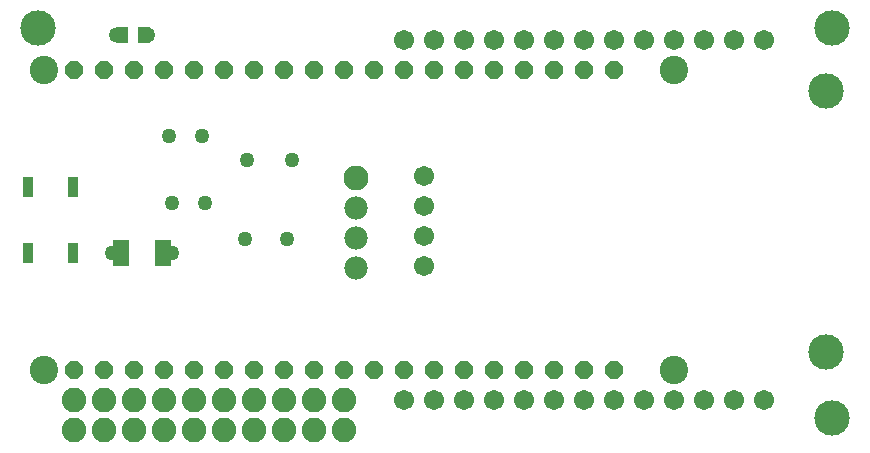
<source format=gbr>
G04 EAGLE Gerber RS-274X export*
G75*
%MOMM*%
%FSLAX34Y34*%
%LPD*%
%INSoldermask Bottom*%
%IPPOS*%
%AMOC8*
5,1,8,0,0,1.08239X$1,22.5*%
G01*
%ADD10C,2.403200*%
%ADD11C,3.003200*%
%ADD12P,1.635708X8X292.500000*%
%ADD13C,1.981200*%
%ADD14C,2.103200*%
%ADD15C,1.711200*%
%ADD16R,1.473200X2.263200*%
%ADD17R,1.003200X1.403200*%
%ADD18C,2.082800*%
%ADD19R,0.965200X1.727200*%
%ADD20C,1.259600*%


D10*
X34290Y321310D03*
X34290Y67310D03*
X567690Y67310D03*
X567690Y321310D03*
D11*
X695960Y82550D03*
X695960Y303530D03*
X29210Y356870D03*
X701040Y356870D03*
X701040Y26670D03*
D12*
X59690Y321310D03*
X85090Y321310D03*
X110490Y321310D03*
X135890Y321310D03*
X161290Y321310D03*
X186690Y321310D03*
X212090Y321310D03*
X237490Y321310D03*
X262890Y321310D03*
X288290Y321310D03*
X313690Y321310D03*
X339090Y321310D03*
X364490Y321310D03*
X389890Y321310D03*
X415290Y321310D03*
X440690Y321310D03*
X466090Y321310D03*
X491490Y321310D03*
X516890Y321310D03*
X516890Y67310D03*
X491490Y67310D03*
X466090Y67310D03*
X440690Y67310D03*
X415290Y67310D03*
X389890Y67310D03*
X364490Y67310D03*
X339090Y67310D03*
X313690Y67310D03*
X288290Y67310D03*
X262890Y67310D03*
X237490Y67310D03*
X212090Y67310D03*
X186690Y67310D03*
X161290Y67310D03*
X135890Y67310D03*
X110490Y67310D03*
X85090Y67310D03*
X59690Y67310D03*
D13*
X298450Y153670D03*
X298450Y179070D03*
X298450Y204470D03*
D14*
X298450Y229870D03*
D15*
X643890Y346710D03*
X618490Y346710D03*
X593090Y346710D03*
X567690Y346710D03*
X542290Y346710D03*
X516890Y346710D03*
X491490Y346710D03*
X466090Y346710D03*
X440690Y346710D03*
X415290Y346710D03*
X389890Y346710D03*
X364490Y346710D03*
X339090Y346710D03*
X339090Y41910D03*
X364490Y41910D03*
X389890Y41910D03*
X415290Y41910D03*
X440690Y41910D03*
X466090Y41910D03*
X491490Y41910D03*
X516890Y41910D03*
X542290Y41910D03*
X567690Y41910D03*
X593090Y41910D03*
X618490Y41910D03*
X643890Y41910D03*
D16*
X134390Y166370D03*
X99290Y166370D03*
D15*
X355600Y231140D03*
X355600Y205740D03*
X355600Y180340D03*
X355600Y154940D03*
D17*
X100220Y350520D03*
X118220Y350520D03*
D18*
X59690Y16510D03*
X59690Y41910D03*
X85090Y16510D03*
X85090Y41910D03*
X110490Y16510D03*
X110490Y41910D03*
X135890Y16510D03*
X135890Y41910D03*
X161290Y16510D03*
X161290Y41910D03*
X186690Y16510D03*
X186690Y41910D03*
X212090Y16510D03*
X212090Y41910D03*
X237490Y16510D03*
X237490Y41910D03*
X262890Y16510D03*
X262890Y41910D03*
X288290Y16510D03*
X288290Y41910D03*
D19*
X58420Y166370D03*
X58420Y222250D03*
X20320Y166370D03*
X20320Y222250D03*
D20*
X142240Y208280D03*
X240030Y177800D03*
X139700Y265430D03*
X205740Y245110D03*
X121920Y350520D03*
X142240Y166370D03*
X170180Y208280D03*
X204470Y177800D03*
X167640Y265430D03*
X243840Y245110D03*
X95250Y350520D03*
X91440Y166370D03*
M02*

</source>
